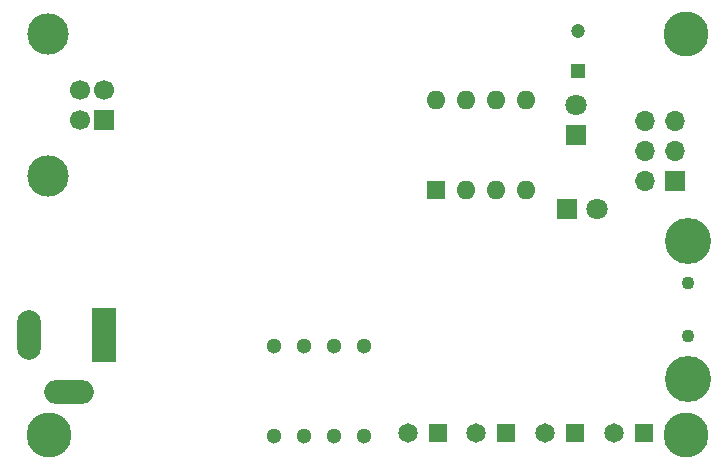
<source format=gbr>
%TF.GenerationSoftware,KiCad,Pcbnew,7.0.5*%
%TF.CreationDate,2023-11-16T23:15:32+01:00*%
%TF.ProjectId,STGSv0.2,53544753-7630-42e3-922e-6b696361645f,rev?*%
%TF.SameCoordinates,Original*%
%TF.FileFunction,Soldermask,Bot*%
%TF.FilePolarity,Negative*%
%FSLAX46Y46*%
G04 Gerber Fmt 4.6, Leading zero omitted, Abs format (unit mm)*
G04 Created by KiCad (PCBNEW 7.0.5) date 2023-11-16 23:15:32*
%MOMM*%
%LPD*%
G01*
G04 APERTURE LIST*
G04 Aperture macros list*
%AMRoundRect*
0 Rectangle with rounded corners*
0 $1 Rounding radius*
0 $2 $3 $4 $5 $6 $7 $8 $9 X,Y pos of 4 corners*
0 Add a 4 corners polygon primitive as box body*
4,1,4,$2,$3,$4,$5,$6,$7,$8,$9,$2,$3,0*
0 Add four circle primitives for the rounded corners*
1,1,$1+$1,$2,$3*
1,1,$1+$1,$4,$5*
1,1,$1+$1,$6,$7*
1,1,$1+$1,$8,$9*
0 Add four rect primitives between the rounded corners*
20,1,$1+$1,$2,$3,$4,$5,0*
20,1,$1+$1,$4,$5,$6,$7,0*
20,1,$1+$1,$6,$7,$8,$9,0*
20,1,$1+$1,$8,$9,$2,$3,0*%
G04 Aperture macros list end*
%ADD10R,1.800000X1.800000*%
%ADD11C,1.800000*%
%ADD12C,1.650000*%
%ADD13R,1.650000X1.650000*%
%ADD14R,1.600000X1.600000*%
%ADD15O,1.600000X1.600000*%
%ADD16R,1.700000X1.700000*%
%ADD17C,1.700000*%
%ADD18C,3.500000*%
%ADD19C,2.600000*%
%ADD20C,3.800000*%
%ADD21C,1.100000*%
%ADD22C,3.900000*%
%ADD23RoundRect,0.102000X0.500000X-0.500000X0.500000X0.500000X-0.500000X0.500000X-0.500000X-0.500000X0*%
%ADD24C,1.204000*%
%ADD25R,2.000000X4.600000*%
%ADD26O,2.000000X4.200000*%
%ADD27O,4.200000X2.000000*%
%ADD28C,1.300000*%
%ADD29O,1.700000X1.700000*%
G04 APERTURE END LIST*
D10*
%TO.C,D2*%
X73685400Y-102570200D03*
D11*
X73685400Y-100030200D03*
%TD*%
D12*
%TO.C,J6*%
X76911200Y-127762000D03*
D13*
X79451200Y-127762000D03*
%TD*%
D14*
%TO.C,U1*%
X61808200Y-107254200D03*
D15*
X64348200Y-107254200D03*
X66888200Y-107254200D03*
X69428200Y-107254200D03*
X69428200Y-99634200D03*
X66888200Y-99634200D03*
X64348200Y-99634200D03*
X61808200Y-99634200D03*
%TD*%
D16*
%TO.C,J1*%
X33699200Y-101280600D03*
D17*
X33699200Y-98780600D03*
X31699200Y-98780600D03*
X31699200Y-101280600D03*
D18*
X28989200Y-106050600D03*
X28989200Y-94010600D03*
%TD*%
D19*
%TO.C,H1*%
X29000000Y-128000000D03*
D20*
X29000000Y-128000000D03*
%TD*%
D19*
%TO.C,H2*%
X83000000Y-128000000D03*
D20*
X83000000Y-128000000D03*
%TD*%
D12*
%TO.C,J7*%
X71069200Y-127762000D03*
D13*
X73609200Y-127762000D03*
%TD*%
D19*
%TO.C,H3*%
X83000000Y-94000000D03*
D20*
X83000000Y-94000000D03*
%TD*%
D21*
%TO.C,J8*%
X83162400Y-119623400D03*
X83162400Y-115123400D03*
D22*
X83162400Y-111523400D03*
X83162400Y-123223400D03*
%TD*%
D23*
%TO.C,R9*%
X73787000Y-97180400D03*
D24*
X73787000Y-93776800D03*
%TD*%
D25*
%TO.C,J2*%
X33655000Y-119507000D03*
D26*
X27355000Y-119507000D03*
D27*
X30755000Y-124307000D03*
%TD*%
D28*
%TO.C,S1*%
X48056800Y-128066800D03*
X50596800Y-128066800D03*
X53136800Y-128066800D03*
X55676800Y-128066800D03*
X55676800Y-120446800D03*
X53136800Y-120446800D03*
X50596800Y-120446800D03*
X48056800Y-120446800D03*
%TD*%
D29*
%TO.C,J3*%
X79522400Y-101346000D03*
X82062400Y-101346000D03*
X79522400Y-103886000D03*
X82062400Y-103886000D03*
X79522400Y-106426000D03*
D16*
X82062400Y-106426000D03*
%TD*%
D10*
%TO.C,D3*%
X72923400Y-108864400D03*
D11*
X75463400Y-108864400D03*
%TD*%
D12*
%TO.C,J5*%
X65227200Y-127762000D03*
D13*
X67767200Y-127762000D03*
%TD*%
D12*
%TO.C,J4*%
X59410600Y-127762000D03*
D13*
X61950600Y-127762000D03*
%TD*%
M02*

</source>
